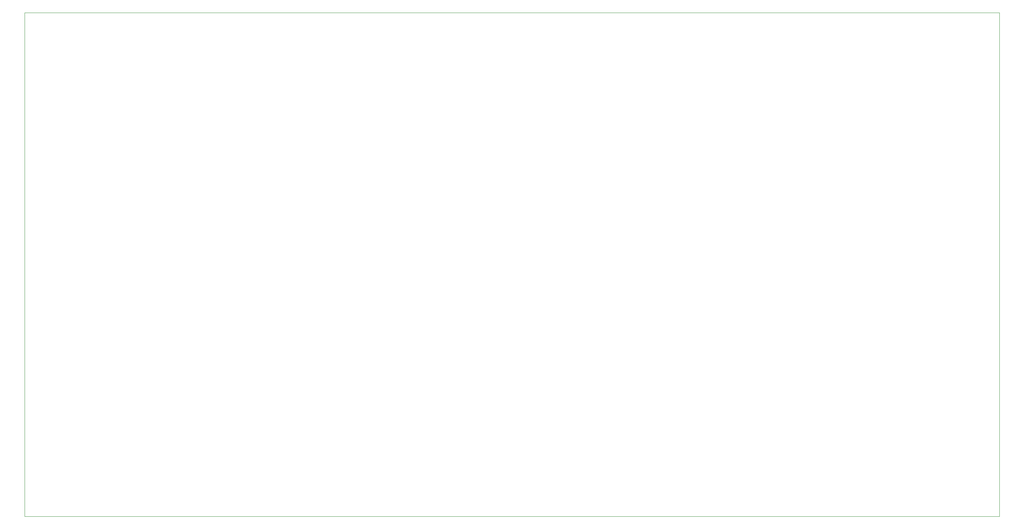
<source format=gm1>
G04 #@! TF.FileFunction,Profile,NP*
%FSLAX46Y46*%
G04 Gerber Fmt 4.6, Leading zero omitted, Abs format (unit mm)*
G04 Created by KiCad (PCBNEW 4.0.2-stable) date 2019-06-26 1:43:45 PM*
%MOMM*%
G01*
G04 APERTURE LIST*
%ADD10C,0.200000*%
%ADD11C,0.100000*%
G04 APERTURE END LIST*
D10*
D11*
X32000000Y-40000000D02*
X32000000Y-158000000D01*
X32000000Y-158000000D02*
X260000000Y-158000000D01*
X32000000Y-40000000D02*
X260000000Y-40000000D01*
X260000000Y-40000000D02*
X260000000Y-158000000D01*
M02*

</source>
